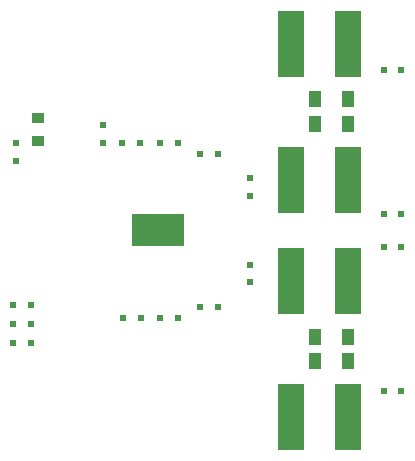
<source format=gbr>
G04 This is an RS-274x file exported by *
G04 gerbv version 2.6A *
G04 More information is available about gerbv at *
G04 http://gerbv.geda-project.org/ *
G04 --End of header info--*
%MOIN*%
%FSLAX34Y34*%
%IPPOS*%
G04 --Define apertures--*
%ADD10R,0.1770X0.1061*%
%ADD11R,0.0038X0.0510*%
%ADD12O,0.0520X0.0620*%
%ADD13C,0.0865*%
%ADD14R,0.0865X0.2203*%
%ADD15O,0.0620X0.0520*%
%ADD16R,0.0392X0.0550*%
%ADD17R,0.0235X0.0235*%
%ADD18R,0.0432X0.0353*%
%ADD19C,0.0510*%
%ADD20R,0.0510X0.0510*%
G04 --Start main section--*
G54D18*
G01X0008625Y0015554D03*
G01X0008625Y0014806D03*
G54D17*
G01X0012700Y0008901D03*
G01X0013291Y0008901D03*
G01X0011420Y0014728D03*
G01X0012011Y0014728D03*
G01X0011460Y0008901D03*
G01X0012050Y0008901D03*
G01X0010791Y0015318D03*
G01X0010791Y0014728D03*
G01X0012700Y0014728D03*
G01X0013291Y0014728D03*
G01X0014019Y0014373D03*
G01X0014609Y0014373D03*
G01X0015672Y0013546D03*
G01X0015672Y0012956D03*
G01X0014019Y0009255D03*
G01X0014609Y0009255D03*
G01X0015672Y0010082D03*
G01X0015672Y0010672D03*
G54D16*
G01X0017838Y0016184D03*
G01X0018940Y0016184D03*
G01X0017838Y0015357D03*
G01X0018940Y0015357D03*
G01X0017838Y0007444D03*
G01X0018940Y0007444D03*
G01X0017838Y0008271D03*
G01X0018940Y0008271D03*
G54D17*
G01X0020732Y0017169D03*
G01X0020141Y0017169D03*
G01X0020732Y0012365D03*
G01X0020141Y0012365D03*
G01X0020732Y0006460D03*
G01X0020141Y0006460D03*
G01X0020732Y0011263D03*
G01X0020141Y0011263D03*
G54D14*
G01X0017050Y0018035D03*
G01X0018940Y0018035D03*
G01X0017050Y0013507D03*
G01X0018940Y0013507D03*
G01X0017050Y0005594D03*
G01X0018940Y0005594D03*
G01X0017050Y0010121D03*
G01X0018940Y0010121D03*
G54D17*
G01X0007798Y0009334D03*
G01X0008389Y0009334D03*
G01X0007798Y0008704D03*
G01X0008389Y0008704D03*
G01X0007877Y0014137D03*
G01X0007877Y0014728D03*
G01X0007798Y0008074D03*
G01X0008389Y0008074D03*
G54D11*
G01X0014373Y0012956D03*
G01X0014176Y0012956D03*
G01X0013980Y0012956D03*
G01X0013783Y0012956D03*
G01X0013586Y0012956D03*
G01X0013389Y0012956D03*
G01X0013192Y0012956D03*
G01X0012995Y0012956D03*
G01X0012798Y0012956D03*
G01X0012602Y0012956D03*
G01X0012405Y0012956D03*
G01X0012208Y0012956D03*
G01X0012011Y0012956D03*
G01X0011814Y0012956D03*
G01X0011617Y0012956D03*
G01X0011420Y0012956D03*
G01X0011224Y0012956D03*
G01X0011027Y0012956D03*
G01X0010830Y0012956D03*
G01X0010830Y0010672D03*
G01X0011027Y0010672D03*
G01X0011224Y0010672D03*
G01X0011420Y0010672D03*
G01X0011617Y0010672D03*
G01X0011814Y0010672D03*
G01X0012011Y0010672D03*
G01X0012208Y0010672D03*
G01X0012405Y0010672D03*
G01X0012602Y0010672D03*
G01X0012798Y0010672D03*
G01X0012995Y0010672D03*
G01X0013192Y0010672D03*
G01X0013389Y0010672D03*
G01X0013586Y0010672D03*
G01X0013783Y0010672D03*
G01X0013980Y0010672D03*
G01X0014176Y0010672D03*
G01X0014373Y0010672D03*
G54D10*
G01X0012602Y0011814D03*
M02*

</source>
